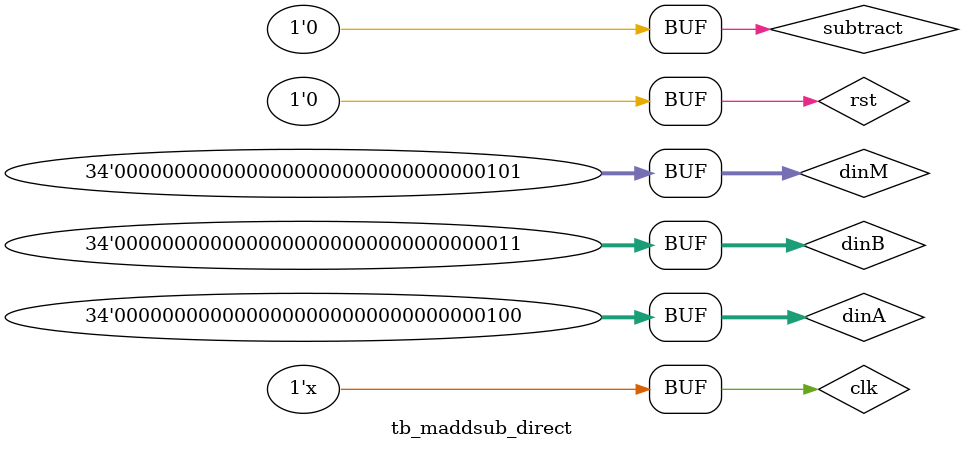
<source format=sv>
`timescale 1ns / 1ps


module tb_maddsub_direct();

    reg clk;
    reg rst;
    reg subtract;
    reg [33:0] dinA;
    reg [33:0] dinB;
    reg [33:0] dinM;
    reg [2:0] control;
    reg [33:0] dout;
    reg [33:0] dout_d;
    
    maddsub_direct uut0(
            .clk(clk),
            .rst(rst),
            .subtract(subtract),
            .dinA(dinA),
            .dinB(dinB),
            .dinM(dinM),
            .mux_condition(control),
            .dout(dout)
        );
    
    
    always begin
        #5 clk = ~clk;
    end
    
    initial begin 
        clk = 0;
        
        rst = 0;
        subtract = 0;
        
        #10;
        
        dinA = {{30{1'b0}}, 4'b0100};
        dinB = {{30{1'b0}}, 4'b0011};
        dinM = {{30{1'b0}}, 4'b0101};
        dout_d = dout;
        
        #20;
        
        dout_d = dout;
        
    end

endmodule

</source>
